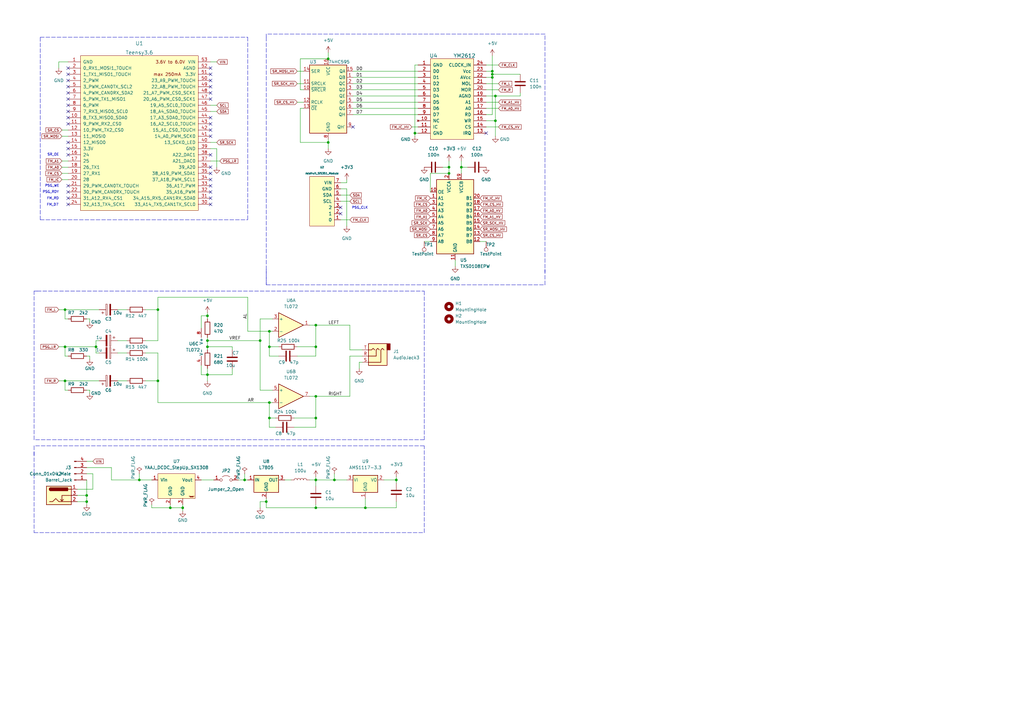
<source format=kicad_sch>
(kicad_sch (version 20211123) (generator eeschema)
  (paper "A3")
  (junction (at 203.2 49.53))
  (junction (at 69.85 208.28))
  (junction (at 129.54 171.45))
  (junction (at 26.67 142.24))
  (junction (at 201.93 30.48))
  (junction (at 129.54 196.85))
  (junction (at 64.77 127))
  (junction (at 110.49 142.24))
  (junction (at 100.33 196.85))
  (junction (at 110.49 135.89))
  (junction (at 85.09 129.54))
  (junction (at 184.15 71.12))
  (junction (at 39.37 142.24))
  (junction (at 137.16 196.85))
  (junction (at 170.18 54.61))
  (junction (at 134.62 24.13))
  (junction (at 149.86 208.28))
  (junction (at 85.09 153.67))
  (junction (at 129.54 208.28))
  (junction (at 110.49 165.1))
  (junction (at 74.93 208.28))
  (junction (at 64.77 156.21))
  (junction (at 129.54 162.56))
  (junction (at 26.67 127))
  (junction (at 85.09 139.7))
  (junction (at 129.54 142.24))
  (junction (at 35.56 205.74))
  (junction (at 106.68 139.7))
  (junction (at 203.2 39.37))
  (junction (at 162.56 196.85))
  (junction (at 129.54 133.35))
  (junction (at 184.15 68.58))
  (junction (at 189.23 68.58))
  (junction (at 110.49 171.45))
  (junction (at 85.09 142.24))
  (junction (at 109.22 205.74))
  (junction (at 35.56 203.2))
  (junction (at 201.93 31.75))
  (junction (at 134.62 58.42))
  (junction (at 26.67 156.21))
  (junction (at 57.15 196.85))
  (junction (at 201.93 29.21))
  (no_connect (at 27.94 76.2))
  (no_connect (at 86.36 81.28))
  (no_connect (at 27.94 78.74))
  (no_connect (at 86.36 78.74))
  (no_connect (at 86.36 35.56))
  (no_connect (at 86.36 38.1))
  (no_connect (at 86.36 40.64))
  (no_connect (at 86.36 27.94))
  (no_connect (at 86.36 33.02))
  (no_connect (at 86.36 48.26))
  (no_connect (at 199.39 54.61))
  (no_connect (at 86.36 50.8))
  (no_connect (at 86.36 53.34))
  (no_connect (at 86.36 55.88))
  (no_connect (at 86.36 63.5))
  (no_connect (at 86.36 68.58))
  (no_connect (at 86.36 71.12))
  (no_connect (at 86.36 73.66))
  (no_connect (at 86.36 76.2))
  (no_connect (at 27.94 58.42))
  (no_connect (at 27.94 60.96))
  (no_connect (at 27.94 27.94))
  (no_connect (at 27.94 30.48))
  (no_connect (at 27.94 33.02))
  (no_connect (at 27.94 35.56))
  (no_connect (at 27.94 38.1))
  (no_connect (at 27.94 40.64))
  (no_connect (at 27.94 43.18))
  (no_connect (at 27.94 45.72))
  (no_connect (at 27.94 48.26))
  (no_connect (at 27.94 50.8))
  (no_connect (at 139.7 87.63))
  (no_connect (at 27.94 83.82))
  (no_connect (at 139.7 85.09))
  (no_connect (at 27.94 81.28))
  (no_connect (at 144.78 52.07))
  (no_connect (at 86.36 30.48))
  (no_connect (at 86.36 83.82))
  (no_connect (at 27.94 63.5))
  (wire (pts (xy 142.24 74.93) (xy 142.24 73.66)))
  (wire (pts (xy 39.37 139.7) (xy 39.37 142.24)))
  (wire (pts (xy 134.62 21.59) (xy 134.62 24.13)))
  (wire (pts (xy 82.55 196.85) (xy 87.63 196.85)))
  (wire (pts (xy 64.77 156.21) (xy 64.77 165.1)))
  (wire (pts (xy 123.19 44.45) (xy 124.46 44.45)))
  (wire (pts (xy 144.78 41.91) (xy 171.45 41.91)))
  (wire (pts (xy 35.56 203.2) (xy 35.56 205.74)))
  (wire (pts (xy 129.54 196.85) (xy 129.54 199.39)))
  (wire (pts (xy 189.23 68.58) (xy 191.77 68.58)))
  (wire (pts (xy 129.54 175.26) (xy 129.54 171.45)))
  (wire (pts (xy 85.09 153.67) (xy 85.09 156.21)))
  (wire (pts (xy 143.51 146.05) (xy 148.59 146.05)))
  (wire (pts (xy 38.1 194.31) (xy 35.56 194.31)))
  (wire (pts (xy 35.56 196.85) (xy 35.56 203.2)))
  (wire (pts (xy 147.32 151.13) (xy 147.32 148.59)))
  (wire (pts (xy 129.54 133.35) (xy 143.51 133.35)))
  (wire (pts (xy 69.85 207.01) (xy 69.85 208.28)))
  (wire (pts (xy 113.03 175.26) (xy 110.49 175.26)))
  (polyline (pts (xy 173.99 119.38) (xy 173.99 180.34)))
  (wire (pts (xy 69.85 208.28) (xy 74.93 208.28)))
  (wire (pts (xy 48.26 127) (xy 52.07 127)))
  (wire (pts (xy 86.36 45.72) (xy 88.9 45.72)))
  (wire (pts (xy 144.78 46.99) (xy 171.45 46.99)))
  (wire (pts (xy 111.76 160.02) (xy 106.68 160.02)))
  (wire (pts (xy 82.55 129.54) (xy 85.09 129.54)))
  (wire (pts (xy 186.69 106.68) (xy 186.69 109.22)))
  (wire (pts (xy 199.39 41.91) (xy 204.47 41.91)))
  (wire (pts (xy 121.92 41.91) (xy 124.46 41.91)))
  (polyline (pts (xy 13.97 182.88) (xy 13.97 186.69)))
  (wire (pts (xy 137.16 196.85) (xy 129.54 196.85)))
  (polyline (pts (xy 109.22 13.97) (xy 109.22 15.24)))
  (wire (pts (xy 31.75 205.74) (xy 35.56 205.74)))
  (wire (pts (xy 120.65 175.26) (xy 129.54 175.26)))
  (wire (pts (xy 139.7 80.01) (xy 143.51 80.01)))
  (polyline (pts (xy 109.22 110.49) (xy 109.22 116.84)))
  (wire (pts (xy 127 133.35) (xy 129.54 133.35)))
  (wire (pts (xy 149.86 204.47) (xy 149.86 208.28)))
  (wire (pts (xy 139.7 90.17) (xy 143.51 90.17)))
  (wire (pts (xy 137.16 196.85) (xy 142.24 196.85)))
  (wire (pts (xy 199.39 36.83) (xy 204.47 36.83)))
  (wire (pts (xy 82.55 153.67) (xy 85.09 153.67)))
  (wire (pts (xy 85.09 138.43) (xy 85.09 139.7)))
  (wire (pts (xy 74.93 208.28) (xy 74.93 209.55)))
  (wire (pts (xy 35.56 189.23) (xy 38.1 189.23)))
  (wire (pts (xy 134.62 57.15) (xy 134.62 58.42)))
  (wire (pts (xy 203.2 39.37) (xy 213.36 39.37)))
  (wire (pts (xy 59.69 144.78) (xy 64.77 144.78)))
  (wire (pts (xy 95.25 142.24) (xy 85.09 142.24)))
  (wire (pts (xy 36.83 146.05) (xy 36.83 147.32)))
  (wire (pts (xy 45.72 191.77) (xy 45.72 196.85)))
  (wire (pts (xy 110.49 165.1) (xy 110.49 171.45)))
  (wire (pts (xy 123.19 24.13) (xy 134.62 24.13)))
  (wire (pts (xy 86.36 25.4) (xy 88.9 25.4)))
  (wire (pts (xy 74.93 207.01) (xy 74.93 208.28)))
  (wire (pts (xy 24.13 156.21) (xy 26.67 156.21)))
  (polyline (pts (xy 109.22 116.84) (xy 223.52 116.84)))
  (wire (pts (xy 201.93 29.21) (xy 201.93 22.86)))
  (wire (pts (xy 129.54 133.35) (xy 129.54 142.24)))
  (wire (pts (xy 35.56 160.02) (xy 36.83 160.02)))
  (wire (pts (xy 85.09 128.27) (xy 85.09 129.54)))
  (wire (pts (xy 88.9 68.58) (xy 88.9 60.96)))
  (wire (pts (xy 189.23 66.04) (xy 189.23 68.58)))
  (wire (pts (xy 162.56 195.58) (xy 162.56 196.85)))
  (wire (pts (xy 101.6 121.92) (xy 101.6 135.89)))
  (wire (pts (xy 203.2 39.37) (xy 203.2 49.53)))
  (wire (pts (xy 26.67 142.24) (xy 26.67 146.05)))
  (wire (pts (xy 144.78 34.29) (xy 171.45 34.29)))
  (wire (pts (xy 39.37 142.24) (xy 26.67 142.24)))
  (wire (pts (xy 139.7 82.55) (xy 143.51 82.55)))
  (polyline (pts (xy 13.97 119.38) (xy 15.24 119.38)))
  (polyline (pts (xy 223.52 116.84) (xy 223.52 13.97)))
  (wire (pts (xy 143.51 143.51) (xy 148.59 143.51)))
  (wire (pts (xy 129.54 162.56) (xy 129.54 171.45)))
  (wire (pts (xy 168.91 52.07) (xy 171.45 52.07)))
  (wire (pts (xy 40.64 144.78) (xy 39.37 144.78)))
  (wire (pts (xy 62.23 196.85) (xy 57.15 196.85)))
  (wire (pts (xy 59.69 139.7) (xy 64.77 139.7)))
  (wire (pts (xy 129.54 208.28) (xy 129.54 207.01)))
  (wire (pts (xy 85.09 129.54) (xy 85.09 130.81)))
  (wire (pts (xy 176.53 71.12) (xy 184.15 71.12)))
  (wire (pts (xy 129.54 146.05) (xy 129.54 142.24)))
  (wire (pts (xy 25.4 55.88) (xy 27.94 55.88)))
  (wire (pts (xy 106.68 139.7) (xy 85.09 139.7)))
  (wire (pts (xy 134.62 58.42) (xy 134.62 60.96)))
  (wire (pts (xy 143.51 146.05) (xy 143.51 162.56)))
  (wire (pts (xy 213.36 39.37) (xy 213.36 38.1)))
  (wire (pts (xy 201.93 46.99) (xy 201.93 31.75)))
  (wire (pts (xy 110.49 171.45) (xy 113.03 171.45)))
  (wire (pts (xy 64.77 139.7) (xy 64.77 127)))
  (wire (pts (xy 57.15 196.85) (xy 45.72 196.85)))
  (wire (pts (xy 201.93 30.48) (xy 213.36 30.48)))
  (wire (pts (xy 199.39 39.37) (xy 203.2 39.37)))
  (wire (pts (xy 196.85 99.06) (xy 199.39 99.06)))
  (wire (pts (xy 116.84 196.85) (xy 119.38 196.85)))
  (wire (pts (xy 110.49 135.89) (xy 110.49 142.24)))
  (wire (pts (xy 109.22 204.47) (xy 109.22 205.74)))
  (wire (pts (xy 142.24 77.47) (xy 142.24 92.71)))
  (wire (pts (xy 97.79 196.85) (xy 100.33 196.85)))
  (wire (pts (xy 184.15 68.58) (xy 184.15 71.12)))
  (wire (pts (xy 170.18 54.61) (xy 170.18 55.88)))
  (wire (pts (xy 199.39 46.99) (xy 201.93 46.99)))
  (wire (pts (xy 123.19 36.83) (xy 123.19 24.13)))
  (wire (pts (xy 147.32 148.59) (xy 148.59 148.59)))
  (wire (pts (xy 82.55 149.86) (xy 82.55 153.67)))
  (wire (pts (xy 123.19 44.45) (xy 123.19 58.42)))
  (wire (pts (xy 48.26 139.7) (xy 52.07 139.7)))
  (wire (pts (xy 111.76 135.89) (xy 110.49 135.89)))
  (wire (pts (xy 36.83 130.81) (xy 36.83 132.08)))
  (wire (pts (xy 110.49 146.05) (xy 110.49 142.24)))
  (wire (pts (xy 144.78 36.83) (xy 171.45 36.83)))
  (wire (pts (xy 121.92 146.05) (xy 129.54 146.05)))
  (wire (pts (xy 157.48 196.85) (xy 162.56 196.85)))
  (wire (pts (xy 106.68 205.74) (xy 109.22 205.74)))
  (polyline (pts (xy 101.6 15.24) (xy 101.6 90.17)))
  (wire (pts (xy 48.26 144.78) (xy 52.07 144.78)))
  (wire (pts (xy 25.4 53.34) (xy 27.94 53.34)))
  (wire (pts (xy 95.25 153.67) (xy 85.09 153.67)))
  (wire (pts (xy 111.76 130.81) (xy 106.68 130.81)))
  (wire (pts (xy 100.33 196.85) (xy 101.6 196.85)))
  (wire (pts (xy 27.94 160.02) (xy 26.67 160.02)))
  (wire (pts (xy 121.92 29.21) (xy 124.46 29.21)))
  (wire (pts (xy 25.4 73.66) (xy 27.94 73.66)))
  (wire (pts (xy 123.19 58.42) (xy 134.62 58.42)))
  (wire (pts (xy 31.75 203.2) (xy 35.56 203.2)))
  (wire (pts (xy 199.39 34.29) (xy 204.47 34.29)))
  (wire (pts (xy 110.49 142.24) (xy 114.3 142.24)))
  (polyline (pts (xy 173.99 182.88) (xy 13.97 182.88)))
  (wire (pts (xy 88.9 60.96) (xy 86.36 60.96)))
  (wire (pts (xy 106.68 160.02) (xy 106.68 139.7)))
  (wire (pts (xy 59.69 127) (xy 64.77 127)))
  (wire (pts (xy 35.56 205.74) (xy 35.56 207.01)))
  (wire (pts (xy 48.26 156.21) (xy 52.07 156.21)))
  (wire (pts (xy 40.64 139.7) (xy 39.37 139.7)))
  (wire (pts (xy 127 196.85) (xy 129.54 196.85)))
  (wire (pts (xy 24.13 127) (xy 26.67 127)))
  (wire (pts (xy 173.99 99.06) (xy 176.53 99.06)))
  (wire (pts (xy 24.13 25.4) (xy 27.94 25.4)))
  (wire (pts (xy 124.46 36.83) (xy 123.19 36.83)))
  (wire (pts (xy 57.15 194.31) (xy 57.15 196.85)))
  (polyline (pts (xy 109.22 15.24) (xy 109.22 116.84)))
  (wire (pts (xy 82.55 134.62) (xy 82.55 129.54)))
  (wire (pts (xy 143.51 133.35) (xy 143.51 143.51)))
  (polyline (pts (xy 16.51 90.17) (xy 16.51 15.24)))
  (wire (pts (xy 144.78 44.45) (xy 171.45 44.45)))
  (wire (pts (xy 101.6 135.89) (xy 110.49 135.89)))
  (wire (pts (xy 26.67 127) (xy 40.64 127)))
  (wire (pts (xy 110.49 165.1) (xy 111.76 165.1)))
  (wire (pts (xy 199.39 44.45) (xy 204.47 44.45)))
  (wire (pts (xy 181.61 68.58) (xy 184.15 68.58)))
  (wire (pts (xy 129.54 162.56) (xy 143.51 162.56)))
  (wire (pts (xy 31.75 200.66) (xy 38.1 200.66)))
  (wire (pts (xy 199.39 52.07) (xy 204.47 52.07)))
  (polyline (pts (xy 16.51 15.24) (xy 101.6 15.24)))
  (polyline (pts (xy 173.99 218.44) (xy 173.99 182.88)))
  (wire (pts (xy 144.78 31.75) (xy 171.45 31.75)))
  (wire (pts (xy 24.13 142.24) (xy 26.67 142.24)))
  (wire (pts (xy 95.25 143.51) (xy 95.25 142.24)))
  (wire (pts (xy 27.94 146.05) (xy 26.67 146.05)))
  (wire (pts (xy 203.2 49.53) (xy 203.2 55.88)))
  (wire (pts (xy 137.16 194.31) (xy 137.16 196.85)))
  (wire (pts (xy 139.7 77.47) (xy 142.24 77.47)))
  (wire (pts (xy 199.39 29.21) (xy 201.93 29.21)))
  (wire (pts (xy 129.54 142.24) (xy 121.92 142.24)))
  (wire (pts (xy 25.4 68.58) (xy 27.94 68.58)))
  (polyline (pts (xy 173.99 180.34) (xy 13.97 180.34)))
  (wire (pts (xy 162.56 205.74) (xy 162.56 208.28)))
  (wire (pts (xy 86.36 66.04) (xy 90.17 66.04)))
  (wire (pts (xy 64.77 121.92) (xy 101.6 121.92)))
  (wire (pts (xy 26.67 127) (xy 26.67 130.81)))
  (wire (pts (xy 85.09 142.24) (xy 85.09 143.51)))
  (wire (pts (xy 100.33 194.31) (xy 100.33 196.85)))
  (wire (pts (xy 106.68 130.81) (xy 106.68 139.7)))
  (wire (pts (xy 176.53 78.74) (xy 176.53 71.12)))
  (wire (pts (xy 27.94 130.81) (xy 26.67 130.81)))
  (wire (pts (xy 35.56 130.81) (xy 36.83 130.81)))
  (polyline (pts (xy 16.51 90.17) (xy 101.6 90.17)))
  (wire (pts (xy 199.39 49.53) (xy 203.2 49.53)))
  (wire (pts (xy 139.7 74.93) (xy 142.24 74.93)))
  (wire (pts (xy 162.56 196.85) (xy 162.56 198.12)))
  (wire (pts (xy 109.22 205.74) (xy 109.22 208.28)))
  (wire (pts (xy 26.67 156.21) (xy 26.67 160.02)))
  (wire (pts (xy 114.3 146.05) (xy 110.49 146.05)))
  (wire (pts (xy 64.77 165.1) (xy 110.49 165.1)))
  (wire (pts (xy 86.36 58.42) (xy 88.9 58.42)))
  (wire (pts (xy 184.15 66.04) (xy 184.15 68.58)))
  (wire (pts (xy 62.23 208.28) (xy 69.85 208.28)))
  (wire (pts (xy 170.18 26.67) (xy 170.18 54.61)))
  (wire (pts (xy 39.37 144.78) (xy 39.37 142.24)))
  (wire (pts (xy 25.4 66.04) (xy 27.94 66.04)))
  (polyline (pts (xy 223.52 110.49) (xy 223.52 111.76)))
  (wire (pts (xy 129.54 171.45) (xy 120.65 171.45)))
  (wire (pts (xy 26.67 156.21) (xy 40.64 156.21)))
  (wire (pts (xy 109.22 208.28) (xy 129.54 208.28)))
  (wire (pts (xy 38.1 200.66) (xy 38.1 194.31)))
  (wire (pts (xy 144.78 39.37) (xy 171.45 39.37)))
  (wire (pts (xy 106.68 208.28) (xy 106.68 205.74)))
  (wire (pts (xy 149.86 208.28) (xy 129.54 208.28)))
  (wire (pts (xy 171.45 54.61) (xy 170.18 54.61)))
  (wire (pts (xy 25.4 71.12) (xy 27.94 71.12)))
  (wire (pts (xy 95.25 151.13) (xy 95.25 153.67)))
  (polyline (pts (xy 13.97 185.42) (xy 13.97 218.44)))
  (wire (pts (xy 45.72 191.77) (xy 35.56 191.77)))
  (wire (pts (xy 64.77 144.78) (xy 64.77 156.21)))
  (wire (pts (xy 199.39 31.75) (xy 201.93 31.75)))
  (polyline (pts (xy 13.97 218.44) (xy 173.99 218.44)))
  (polyline (pts (xy 15.24 119.38) (xy 173.99 119.38)))
  (wire (pts (xy 189.23 68.58) (xy 189.23 71.12)))
  (wire (pts (xy 144.78 29.21) (xy 171.45 29.21)))
  (wire (pts (xy 171.45 26.67) (xy 170.18 26.67)))
  (wire (pts (xy 121.92 34.29) (xy 124.46 34.29)))
  (wire (pts (xy 35.56 146.05) (xy 36.83 146.05)))
  (wire (pts (xy 85.09 151.13) (xy 85.09 153.67)))
  (wire (pts (xy 64.77 127) (xy 64.77 121.92)))
  (wire (pts (xy 201.93 30.48) (xy 201.93 29.21)))
  (wire (pts (xy 110.49 175.26) (xy 110.49 171.45)))
  (wire (pts (xy 59.69 156.21) (xy 64.77 156.21)))
  (wire (pts (xy 201.93 31.75) (xy 201.93 30.48)))
  (wire (pts (xy 24.13 27.94) (xy 24.13 25.4)))
  (wire (pts (xy 62.23 207.01) (xy 62.23 208.28)))
  (wire (pts (xy 199.39 26.67) (xy 204.47 26.67)))
  (wire (pts (xy 36.83 160.02) (xy 36.83 161.29)))
  (wire (pts (xy 85.09 139.7) (xy 85.09 142.24)))
  (wire (pts (xy 86.36 43.18) (xy 88.9 43.18)))
  (wire (pts (xy 162.56 208.28) (xy 149.86 208.28)))
  (wire (pts (xy 127 162.56) (xy 129.54 162.56)))
  (wire (pts (xy 129.54 195.58) (xy 129.54 196.85)))
  (polyline (pts (xy 13.97 180.34) (xy 13.97 119.38)))
  (polyline (pts (xy 223.52 13.97) (xy 109.22 13.97)))
  (text "FM_D7" (at 19.133 84.657 0) (effects (font (size 1 1)) (justify left bottom)))
  (text "PSG_WE" (at 18.3788 76.8764 0) (effects (font (size 1 1)) (justify left bottom)))
  (text "PSG_CLK" (at 144.263 85.889 0) (effects (font (size 1 1)) (justify left bottom)))
  (text "PSG_RDY" (at 17.4336 79.4248 0) (effects (font (size 1 1)) (justify left bottom)))
  (text "FM_RD" (at 19.2091 82.0444 0) (effects (font (size 1 1)) (justify left bottom)))
  (text "SR_OE" (at 19.3832 64.1105 0) (effects (font (size 1 1)) (justify left bottom)))
  (label "VREF" (at 93.98 139.7 0))
  (label "AL" (at 101.6 130.81 90))
  (label "RIGHT" (at 134.62 162.56 0))
  (label "D0" (at 146.05 29.21 0))
  (label "D1" (at 146.05 31.75 0))
  (label "LEFT" (at 134.62 133.35 0))
  (label "D5" (at 146.05 41.91 0))
  (label "D7" (at 146.05 46.99 0))
  (label "D3" (at 146.05 36.83 0))
  (label "D2" (at 146.05 34.29 0))
  (label "D4" (at 146.05 39.37 0))
  (label "D6" (at 146.05 44.45 0))
  (label "AR" (at 101.6 165.1 0))
  (global_label "FM_CS" (shape input) (at 176.53 83.82 180) (effects (font (size 1 1))) (property "Intersheet References" "${INTERSHEET_REFS}" (effects hide)))
  (global_label "FM_CLK" (shape input) (at 143.51 90.17 0) (effects (font (size 1 1))) (property "Intersheet References" "${INTERSHEET_REFS}" (effects hide)))
  (global_label "SCL" (shape input) (at 143.51 82.55 0) (effects (font (size 1 1))) (property "Intersheet References" "${INTERSHEET_REFS}" (effects hide)))
  (global_label "FM_A1" (shape input) (at 25.4 66.04 180) (effects (font (size 1 1))) (property "Intersheet References" "${INTERSHEET_REFS}" (effects hide)))
  (global_label "FM_IC" (shape input) (at 25.4 73.66 180) (effects (font (size 1 1))) (property "Intersheet References" "${INTERSHEET_REFS}" (effects hide)))
  (global_label "SDA" (shape input) (at 143.51 80.01 0) (effects (font (size 1 1))) (property "Intersheet References" "${INTERSHEET_REFS}" (effects hide)))
  (global_label "SR_SCK_HV" (shape input) (at 121.92 34.29 180) (effects (font (size 1 1))) (property "Intersheet References" "${INTERSHEET_REFS}" (effects hide)))
  (global_label "SR_CS_HV" (shape input) (at 196.85 96.52 0) (effects (font (size 1 1))) (property "Intersheet References" "${INTERSHEET_REFS}" (effects hide)))
  (global_label "SR_SCK" (shape input) (at 176.53 91.44 180) (effects (font (size 1 1))) (property "Intersheet References" "${INTERSHEET_REFS}" (effects hide)))
  (global_label "FM_L" (shape input) (at 24.13 127 180) (effects (font (size 1 1))) (property "Intersheet References" "${INTERSHEET_REFS}" (effects hide)))
  (global_label "VIN" (shape input) (at 88.9 25.4 0) (effects (font (size 1 1))) (property "Intersheet References" "${INTERSHEET_REFS}" (effects hide)))
  (global_label "FM_CLK" (shape input) (at 204.47 26.67 0) (effects (font (size 1 1))) (property "Intersheet References" "${INTERSHEET_REFS}" (effects hide)))
  (global_label "SR_CS" (shape input) (at 176.53 96.52 180) (effects (font (size 1 1))) (property "Intersheet References" "${INTERSHEET_REFS}" (effects hide)))
  (global_label "FM_CS_HV" (shape input) (at 204.47 52.07 0) (effects (font (size 1 1))) (property "Intersheet References" "${INTERSHEET_REFS}" (effects hide)))
  (global_label "VIN" (shape input) (at 38.1 189.23 0) (effects (font (size 1 1))) (property "Intersheet References" "${INTERSHEET_REFS}" (effects hide)))
  (global_label "SR_CS_HV" (shape input) (at 121.92 41.91 180) (effects (font (size 1 1))) (property "Intersheet References" "${INTERSHEET_REFS}" (effects hide)))
  (global_label "FM_IC" (shape input) (at 176.53 81.28 180) (effects (font (size 1 1))) (property "Intersheet References" "${INTERSHEET_REFS}" (effects hide)))
  (global_label "SR_MOSI_HV" (shape input) (at 196.85 93.98 0) (effects (font (size 1 1))) (property "Intersheet References" "${INTERSHEET_REFS}" (effects hide)))
  (global_label "FM_A0_HV" (shape input) (at 204.47 44.45 0) (effects (font (size 1 1))) (property "Intersheet References" "${INTERSHEET_REFS}" (effects hide)))
  (global_label "FM_A1_HV" (shape input) (at 204.47 41.91 0) (effects (font (size 1 1))) (property "Intersheet References" "${INTERSHEET_REFS}" (effects hide)))
  (global_label "SR_SCK_HV" (shape input) (at 196.85 91.44 0) (effects (font (size 1 1))) (property "Intersheet References" "${INTERSHEET_REFS}" (effects hide)))
  (global_label "PSG_LR" (shape input) (at 90.17 66.04 0) (effects (font (size 1 1))) (property "Intersheet References" "${INTERSHEET_REFS}" (effects hide)))
  (global_label "PSG_LR" (shape input) (at 24.13 142.24 180) (effects (font (size 1 1))) (property "Intersheet References" "${INTERSHEET_REFS}" (effects hide)))
  (global_label "SDA" (shape input) (at 88.9 45.72 0) (effects (font (size 1 1))) (property "Intersheet References" "${INTERSHEET_REFS}" (effects hide)))
  (global_label "FM_IC_HV" (shape input) (at 168.91 52.07 180) (effects (font (size 1 1))) (property "Intersheet References" "${INTERSHEET_REFS}" (effects hide)))
  (global_label "FM_L" (shape input) (at 204.47 34.29 0) (effects (font (size 1 1))) (property "Intersheet References" "${INTERSHEET_REFS}" (effects hide)))
  (global_label "FM_A1_HV" (shape input) (at 196.85 88.9 0) (effects (font (size 1 1))) (property "Intersheet References" "${INTERSHEET_REFS}" (effects hide)))
  (global_label "FM_A0_HV" (shape input) (at 196.85 86.36 0) (effects (font (size 1 1))) (property "Intersheet References" "${INTERSHEET_REFS}" (effects hide)))
  (global_label "SCL" (shape input) (at 88.9 43.18 0) (effects (font (size 1 1))) (property "Intersheet References" "${INTERSHEET_REFS}" (effects hide)))
  (global_label "SR_MOSI" (shape input) (at 176.53 93.98 180) (effects (font (size 1 1))) (property "Intersheet References" "${INTERSHEET_REFS}" (effects hide)))
  (global_label "SR_CS" (shape input) (at 25.4 53.34 180) (effects (font (size 1 1))) (property "Intersheet References" "${INTERSHEET_REFS}" (effects hide)))
  (global_label "FM_A1" (shape input) (at 176.53 88.9 180) (effects (font (size 1 1))) (property "Intersheet References" "${INTERSHEET_REFS}" (effects hide)))
  (global_label "FM_R" (shape input) (at 204.47 36.83 0) (effects (font (size 1 1))) (property "Intersheet References" "${INTERSHEET_REFS}" (effects hide)))
  (global_label "FM_R" (shape input) (at 24.13 156.21 180) (effects (font (size 1 1))) (property "Intersheet References" "${INTERSHEET_REFS}" (effects hide)))
  (global_label "FM_CS_HV" (shape input) (at 196.85 83.82 0) (effects (font (size 1 1))) (property "Intersheet References" "${INTERSHEET_REFS}" (effects hide)))
  (global_label "SR_MOSI" (shape input) (at 25.4 55.88 180) (effects (font (size 1 1))) (property "Intersheet References" "${INTERSHEET_REFS}" (effects hide)))
  (global_label "FM_A0" (shape input) (at 176.53 86.36 180) (effects (font (size 1 1))) (property "Intersheet References" "${INTERSHEET_REFS}" (effects hide)))
  (global_label "FM_CS" (shape input) (at 25.4 71.12 180) (effects (font (size 1 1))) (property "Intersheet References" "${INTERSHEET_REFS}" (effects hide)))
  (global_label "SR_MOSI_HV" (shape input) (at 121.92 29.21 180) (effects (font (size 1 1))) (property "Intersheet References" "${INTERSHEET_REFS}" (effects hide)))
  (global_label "SR_SCK" (shape input) (at 88.9 58.42 0) (effects (font (size 1 1))) (property "Intersheet References" "${INTERSHEET_REFS}" (effects hide)))
  (global_label "FM_IC_HV" (shape input) (at 196.85 81.28 0) (effects (font (size 1 1))) (property "Intersheet References" "${INTERSHEET_REFS}" (effects hide)))
  (global_label "FM_A0" (shape input) (at 25.4 68.58 180) (effects (font (size 1 1))) (property "Intersheet References" "${INTERSHEET_REFS}" (effects hide)))
  (symbol (lib_id "Device:C") (at 95.25 147.32 0) (unit 1)
    (property "Reference" "C7" (at 95.25 144.78 0) (effects (justify left)))
    (property "Value" "10u" (at 92.71 149.86 0) (effects (justify left)))
    (property "Footprint" "Capacitor_SMD:C_0805_2012Metric_Pad1.18x1.45mm_HandSolder" (effects hide))
  )
  (symbol (lib_id "power:GND") (at 74.93 209.55 0) (unit 1)
    (property "Reference" "#PWR02" (effects hide))
    (property "Value" "GND" (at 74.93 213.36 0))
  )
  (symbol (lib_id "proj:Adafruit_Si5351_Module") (at 132.08 87.63 180) (unit 1)
    (property "Reference" "U2" (at 132.08 68.58 0) (effects (font (size 0.762 0.762))))
    (property "Value" "Adafruit_Si5351_Module" (at 132.08 71.12 0) (effects (font (size 0.762 0.762))))
    (property "Footprint" "proj:Adafruit_Si5351_Module" (effects hide))
  )
  (symbol (lib_id "power:GND") (at 173.99 68.58 0) (unit 1)
    (property "Reference" "#PWR03" (effects hide))
    (property "Value" "GND" (at 173.99 73.66 0))
  )
  (symbol (lib_id "Device:C_Polarized") (at 44.45 156.21 90) (unit 1)
    (property "Reference" "C6" (at 44.45 160.02 90))
    (property "Value" "10u" (at 48.26 157.48 90))
    (property "Footprint" "Capacitor_THT:CP_Radial_D5.0mm_P2.50mm" (effects hide))
  )
  (symbol (lib_id "Amplifier_Operational:TL072") (at 119.38 133.35 0) (unit 1)
    (property "Reference" "U6" (at 119.38 123.19 0))
    (property "Value" "TL072" (at 119.38 125.73 0))
    (property "Footprint" "Package_SO:SOIC-8_3.9x4.9mm_P1.27mm" (effects hide))
    (property "Datasheet" "http://www.ti.com/lit/ds/symlink/tl071.pdf" (effects hide))
  )
  (symbol (lib_id "Mechanical:MountingHole") (at 184.15 130.81 0) (unit 1)
    (property "Reference" "H2" (at 186.69 129.5399 0) (effects (justify left)))
    (property "Value" "MountingHole" (at 186.69 132.0799 0) (effects (justify left)))
    (property "Footprint" "MountingHole:MountingHole_3.2mm_M3" (effects hide))
  )
  (symbol (lib_id "Logic_LevelTranslator:TXS0108EPW") (at 186.69 88.9 0) (unit 1)
    (property "Reference" "U5" (at 188.7094 106.68 0) (effects (justify left)))
    (property "Value" "TXS0108EPW" (at 188.7094 109.22 0) (effects (justify left)))
    (property "Footprint" "Package_SO:TSSOP-20_4.4x6.5mm_P0.65mm" (effects hide))
    (property "Datasheet" "www.ti.com/lit/ds/symlink/txs0108e.pdf" (effects hide))
  )
  (symbol (lib_id "proj:YAAJ_DCDC_StepUp_SX1308") (at 72.39 196.85 0) (unit 1)
    (property "Reference" "U7" (at 72.39 189.23 0))
    (property "Value" "YAAJ_DCDC_StepUp_SX1308" (at 72.39 191.77 0))
    (property "Footprint" "proj:YAAJ_DCDC_StepUp_SX1308" (effects hide))
  )
  (symbol (lib_id "power:GND") (at 170.18 55.88 0) (unit 1)
    (property "Reference" "#PWR08" (effects hide))
    (property "Value" "GND" (at 166.37 57.15 0))
  )
  (symbol (lib_id "74xx:74HC595") (at 134.62 39.37 0) (unit 1)
    (property "Reference" "U3" (at 127 25.4 0) (effects (justify left)))
    (property "Value" "74HC595" (at 134.62 25.4 0) (effects (justify left)))
    (property "Footprint" "Package_SO:SOP-16_3.9x9.9mm_P1.27mm" (effects hide))
    (property "Datasheet" "http://www.ti.com/lit/ds/symlink/sn74hc595.pdf" (effects hide))
  )
  (symbol (lib_id "Amplifier_Operational:TL072") (at 119.38 162.56 0) (unit 2)
    (property "Reference" "U6" (at 119.38 152.4 0))
    (property "Value" "TL072" (at 119.38 154.94 0))
    (property "Footprint" "Package_SO:SOIC-8_3.9x4.9mm_P1.27mm" (effects hide))
    (property "Datasheet" "http://www.ti.com/lit/ds/symlink/tl071.pdf" (effects hide))
  )
  (symbol (lib_id "Device:C") (at 177.8 68.58 90) (unit 1)
    (property "Reference" "C10" (at 177.8 60.96 90))
    (property "Value" "100n" (at 177.8 63.5 90))
    (property "Footprint" "Capacitor_SMD:C_0805_2012Metric_Pad1.18x1.45mm_HandSolder" (effects hide))
  )
  (symbol (lib_id "power:GND") (at 85.09 156.21 0) (unit 1)
    (property "Reference" "#PWR0106" (effects hide))
    (property "Value" "GND" (at 85.09 161.29 0))
  )
  (symbol (lib_id "Device:L") (at 123.19 196.85 90) (unit 1)
    (property "Reference" "L1" (at 123.19 190.5 90))
    (property "Value" "100u" (at 123.19 193.04 90))
    (property "Footprint" "proj:Choke_CD105" (effects hide))
  )
  (symbol (lib_id "Device:R") (at 85.09 147.32 0) (unit 1)
    (property "Reference" "R21" (at 87.63 146.0499 0) (effects (justify left)))
    (property "Value" "680" (at 87.63 148.5899 0) (effects (justify left)))
    (property "Footprint" "Resistor_SMD:R_0805_2012Metric_Pad1.20x1.40mm_HandSolder" (effects hide))
  )
  (symbol (lib_id "Device:R") (at 31.75 130.81 90) (unit 1)
    (property "Reference" "R7" (at 29.21 128.27 90))
    (property "Value" "2k2" (at 34.29 128.27 90))
    (property "Footprint" "Resistor_SMD:R_0805_2012Metric_Pad1.20x1.40mm_HandSolder" (effects hide))
  )
  (symbol (lib_id "Connector:Barrel_Jack_Switch") (at 24.13 203.2 0) (unit 1)
    (property "Reference" "J2" (at 24.13 194.31 0))
    (property "Value" "Barrel_Jack" (at 24.13 196.85 0))
    (property "Footprint" "Connector_BarrelJack:BarrelJack_Horizontal" (effects hide))
  )
  (symbol (lib_id "Connector:AudioJack3") (at 153.67 146.05 180) (unit 1)
    (property "Reference" "J1" (at 161.29 144.1449 0) (effects (justify right)))
    (property "Value" "AudioJack3" (at 161.29 146.6849 0) (effects (justify right)))
    (property "Footprint" "Connector_Audio:Jack_3.5mm_Lumberg_1503_07_Horizontal" (effects hide))
  )
  (symbol (lib_id "power:+3V3") (at 184.15 66.04 0) (unit 1)
    (property "Reference" "#PWR06" (effects hide))
    (property "Value" "+3V3" (at 184.15 60.96 0))
  )
  (symbol (lib_id "Device:R") (at 55.88 127 90) (unit 1)
    (property "Reference" "R12" (at 53.34 129.54 90))
    (property "Value" "4k7" (at 58.42 129.54 90))
    (property "Footprint" "Resistor_SMD:R_0805_2012Metric_Pad1.20x1.40mm_HandSolder" (effects hide))
  )
  (symbol (lib_id "power:+3V3") (at 162.56 195.58 0) (unit 1)
    (property "Reference" "#PWR014" (effects hide))
    (property "Value" "+3V3" (at 162.56 190.5 0))
  )
  (symbol (lib_id "Connector:TestPoint") (at 173.99 99.06 180) (unit 1)
    (property "Reference" "TP1" (at 173.99 100.33 0) (effects (justify right)))
    (property "Value" "TestPoint" (at 168.91 104.14 0) (effects (justify right)))
    (property "Footprint" "TestPoint:TestPoint_Pad_D1.0mm" (effects hide))
  )
  (symbol (lib_id "power:GND") (at 36.83 161.29 0) (unit 1)
    (property "Reference" "#PWR0103" (effects hide))
    (property "Value" "GND" (at 39.37 161.29 0))
  )
  (symbol (lib_id "Device:R") (at 55.88 144.78 90) (unit 1)
    (property "Reference" "R14" (at 53.34 147.32 90))
    (property "Value" "100k" (at 58.42 147.32 90))
    (property "Footprint" "Resistor_SMD:R_0805_2012Metric_Pad1.20x1.40mm_HandSolder" (effects hide))
  )
  (symbol (lib_id "power:+5V") (at 189.23 66.04 0) (unit 1)
    (property "Reference" "#PWR010" (effects hide))
    (property "Value" "+5V" (at 189.23 60.96 0))
  )
  (symbol (lib_id "Regulator_Linear:L7805") (at 109.22 196.85 0) (unit 1)
    (property "Reference" "U8" (at 109.22 189.23 0))
    (property "Value" "L7805" (at 109.22 191.77 0))
    (property "Footprint" "Package_TO_SOT_THT:TO-220-3_Vertical" (effects hide))
    (property "Datasheet" "http://www.st.com/content/ccc/resource/technical/document/datasheet/41/4f/b3/b0/12/d4/47/88/CD00000444.pdf/files/CD00000444.pdf/jcr:content/translations/en.CD00000444.pdf" (effects hide))
  )
  (symbol (lib_id "power:GND") (at 199.39 68.58 0) (unit 1)
    (property "Reference" "#PWR016" (effects hide))
    (property "Value" "GND" (at 199.39 73.66 0))
  )
  (symbol (lib_id "Device:C") (at 195.58 68.58 90) (unit 1)
    (property "Reference" "C12" (at 195.58 60.96 90))
    (property "Value" "100n" (at 195.58 63.5 90))
    (property "Footprint" "Capacitor_SMD:C_0805_2012Metric_Pad1.18x1.45mm_HandSolder" (effects hide))
  )
  (symbol (lib_id "Regulator_Linear:AMS1117-3.3") (at 149.86 196.85 0) (unit 1)
    (property "Reference" "U9" (at 149.86 189.23 0))
    (property "Value" "AMS1117-3.3" (at 149.86 191.77 0))
    (property "Footprint" "Package_TO_SOT_SMD:SOT-223-3_TabPin2" (effects hide))
    (property "Datasheet" "http://www.advanced-monolithic.com/pdf/ds1117.pdf" (effects hide))
  )
  (symbol (lib_id "Device:R") (at 31.75 160.02 90) (unit 1)
    (property "Reference" "R9" (at 29.21 157.48 90))
    (property "Value" "2k2" (at 34.29 157.48 90))
    (property "Footprint" "Resistor_SMD:R_0805_2012Metric_Pad1.20x1.40mm_HandSolder" (effects hide))
  )
  (symbol (lib_id "Device:C_Polarized") (at 44.45 127 90) (unit 1)
    (property "Reference" "C3" (at 44.45 130.81 90))
    (property "Value" "10u" (at 48.26 128.27 90))
    (property "Footprint" "Capacitor_THT:CP_Radial_D5.0mm_P2.50mm" (effects hide))
  )
  (symbol (lib_id "power:+3V3") (at 142.24 73.66 0) (unit 1)
    (property "Reference" "#PWR04" (effects hide))
    (property "Value" "+3V3" (at 142.24 68.58 0))
  )
  (symbol (lib_id "Mechanical:MountingHole") (at 184.15 125.73 0) (unit 1)
    (property "Reference" "H1" (at 186.69 124.4599 0) (effects (justify left)))
    (property "Value" "MountingHole" (at 186.69 126.9999 0) (effects (justify left)))
    (property "Footprint" "MountingHole:MountingHole_3.2mm_M3" (effects hide))
  )
  (symbol (lib_id "power:PWR_FLAG") (at 62.23 207.01 0) (unit 1)
    (property "Reference" "#FLG02" (effects hide))
    (property "Value" "PWR_FLAG" (at 59.69 203.2 90))
  )
  (symbol (lib_id "power:+5V") (at 134.62 21.59 0) (unit 1)
    (property "Reference" "#PWR0108" (effects hide))
    (property "Value" "+5V" (at 134.62 16.51 0))
  )
  (symbol (lib_id "power:GND") (at 142.24 92.71 0) (unit 1)
    (property "Reference" "#PWR05" (effects hide))
    (property "Value" "GND" (at 142.24 97.79 0))
  )
  (symbol (lib_id "power:GND") (at 203.2 55.88 0) (unit 1)
    (property "Reference" "#PWR012" (effects hide))
    (property "Value" "GND" (at 207.01 57.15 0))
  )
  (symbol (lib_id "power:+5V") (at 201.93 22.86 0) (unit 1)
    (property "Reference" "#PWR011" (effects hide))
    (property "Value" "+5V" (at 201.93 17.78 0))
  )
  (symbol (lib_id "proj:YM2612") (at 176.53 39.37 0) (unit 1)
    (property "Reference" "U4" (at 177.8 22.86 0) (effects (font (size 1.524 1.524))))
    (property "Value" "YM2612" (at 190.5 22.86 0) (effects (font (size 1.524 1.524))))
    (property "Footprint" "Package_DIP:DIP-24_W15.24mm_Socket" (effects hide))
  )
  (symbol (lib_id "Device:C_Polarized") (at 44.45 144.78 270) (unit 1)
    (property "Reference" "C5" (at 44.45 148.59 90))
    (property "Value" "1u" (at 40.64 143.51 90))
    (property "Footprint" "Capacitor_THT:CP_Radial_D5.0mm_P2.50mm" (effects hide))
  )
  (symbol (lib_id "power:GND") (at 36.83 132.08 0) (unit 1)
    (property "Reference" "#PWR0102" (effects hide))
    (property "Value" "GND" (at 39.37 132.08 0))
  )
  (symbol (lib_id "Jumper:Jumper_2_Open") (at 92.71 196.85 0) (unit 1)
    (property "Reference" "JP2" (at 92.71 193.04 0))
    (property "Value" "Jumper_2_Open" (at 92.71 200.66 0))
    (property "Footprint" "Connector_PinHeader_2.54mm:PinHeader_1x02_P2.54mm_Vertical" (effects hide))
  )
  (symbol (lib_id "power:GND") (at 35.56 207.01 0) (unit 1)
    (property "Reference" "#PWR017" (effects hide))
    (property "Value" "GND" (at 35.56 210.82 0))
  )
  (symbol (lib_id "power:GND") (at 88.9 68.58 0) (unit 1)
    (property "Reference" "#PWR0107" (effects hide))
    (property "Value" "GND" (at 92.71 71.12 0))
  )
  (symbol (lib_id "Device:C_Polarized") (at 44.45 139.7 270) (unit 1)
    (property "Reference" "C4" (at 44.45 135.89 90))
    (property "Value" "1u" (at 40.64 138.43 90))
    (property "Footprint" "Capacitor_THT:CP_Radial_D5.0mm_P2.50mm" (effects hide))
  )
  (symbol (lib_id "power:GND") (at 36.83 147.32 0) (unit 1)
    (property "Reference" "#PWR0104" (effects hide))
    (property "Value" "GND" (at 36.83 151.13 0))
  )
  (symbol (lib_id "power:GND") (at 24.13 27.94 0) (unit 1)
    (property "Reference" "#PWR01" (effects hide))
    (property "Value" "GND" (at 24.13 33.02 0))
  )
  (symbol (lib_id "power:GND") (at 186.69 109.22 0) (unit 1)
    (property "Reference" "#PWR09" (effects hide))
    (property "Value" "GND" (at 186.69 114.3 0))
  )
  (symbol (lib_id "Connector:Conn_01x04_Male") (at 30.48 194.31 0) (mirror x) (unit 1)
    (property "Reference" "J3" (at 29.21 191.7699 0) (effects (justify right)))
    (property "Value" "Conn_01x04_Male" (at 29.21 194.3099 0) (effects (justify right)))
    (property "Footprint" "Connector_PinHeader_2.54mm:PinHeader_1x04_P2.54mm_Vertical" (effects hide))
  )
  (symbol (lib_id "Device:R") (at 55.88 156.21 90) (unit 1)
    (property "Reference" "R15" (at 53.34 158.75 90))
    (property "Value" "4k7" (at 58.42 158.75 90))
    (property "Footprint" "Resistor_SMD:R_0805_2012Metric_Pad1.20x1.40mm_HandSolder" (effects hide))
  )
  (symbol (lib_id "power:+5V") (at 85.09 128.27 0) (unit 1)
    (property "Reference" "#PWR0105" (effects hide))
    (property "Value" "+5V" (at 85.09 123.19 0))
  )
  (symbol (lib_id "power:PWR_FLAG") (at 137.16 194.31 0) (unit 1)
    (property "Reference" "#FLG03" (effects hide))
    (property "Value" "PWR_FLAG" (at 134.62 191.77 90))
  )
  (symbol (lib_id "Device:C") (at 129.54 203.2 0) (unit 1)
    (property "Reference" "C1" (at 133.35 201.9299 0) (effects (justify left)))
    (property "Value" "10u" (at 133.35 204.4699 0) (effects (justify left)))
    (property "Footprint" "Capacitor_SMD:C_0805_2012Metric_Pad1.18x1.45mm_HandSolder" (effects hide))
  )
  (symbol (lib_id "Device:R") (at 116.84 171.45 90) (unit 1)
    (property "Reference" "R24" (at 114.3 168.91 90))
    (property "Value" "100k" (at 119.38 168.91 90))
    (property "Footprint" "Resistor_SMD:R_0805_2012Metric_Pad1.20x1.40mm_HandSolder" (effects hide))
  )
  (symbol (lib_id "Device:C") (at 162.56 201.93 0) (unit 1)
    (property "Reference" "C2" (at 166.37 200.6599 0) (effects (justify left)))
    (property "Value" "10u" (at 166.37 203.1999 0) (effects (justify left)))
    (property "Footprint" "Capacitor_SMD:C_0805_2012Metric_Pad1.18x1.45mm_HandSolder" (effects hide))
  )
  (symbol (lib_id "power:GND") (at 106.68 208.28 0) (unit 1)
    (property "Reference" "#PWR018" (effects hide))
    (property "Value" "GND" (at 106.68 212.09 0))
  )
  (symbol (lib_id "power:PWR_FLAG") (at 100.33 194.31 0) (unit 1)
    (property "Reference" "#FLG0102" (effects hide))
    (property "Value" "PWR_FLAG" (at 97.79 191.77 90))
  )
  (symbol (lib_id "Device:C") (at 116.84 175.26 90) (unit 1)
    (property "Reference" "C8" (at 114.3 177.8 90))
    (property "Value" "47p" (at 119.38 177.8 90))
    (property "Footprint" "Capacitor_THT:C_Disc_D3.0mm_W1.6mm_P2.50mm" (effects hide))
  )
  (symbol (lib_id "Amplifier_Operational:TL072") (at 85.09 142.24 0) (unit 3)
    (property "Reference" "U6" (at 77.47 140.97 0) (effects (justify left)))
    (property "Value" "TL072" (at 76.2 143.51 0) (effects (justify left)))
    (property "Footprint" "Package_SO:SOIC-8_3.9x4.9mm_P1.27mm" (effects hide))
    (property "Datasheet" "http://www.ti.com/lit/ds/symlink/tl071.pdf" (effects hide))
  )
  (symbol (lib_id "power:+5V") (at 129.54 195.58 0) (unit 1)
    (property "Reference" "#PWR013" (effects hide))
    (property "Value" "+5V" (at 129.54 190.5 0))
  )
  (symbol (lib_id "Device:R") (at 55.88 139.7 90) (unit 1)
    (property "Reference" "R13" (at 53.34 142.24 90))
    (property "Value" "100k" (at 58.42 142.24 90))
    (property "Footprint" "Resistor_SMD:R_0805_2012Metric_Pad1.20x1.40mm_HandSolder" (effects hide))
  )
  (symbol (lib_id "Connector:TestPoint") (at 199.39 99.06 180) (unit 1)
    (property "Reference" "TP2" (at 199.39 100.33 0) (effects (justify right)))
    (property "Value" "TestPoint" (at 196.85 104.14 0) (effects (justify right)))
    (property "Footprint" "TestPoint:TestPoint_Pad_D1.0mm" (effects hide))
  )
  (symbol (lib_id "power:PWR_FLAG") (at 57.15 194.31 0) (unit 1)
    (property "Reference" "#FLG0101" (effects hide))
    (property "Value" "PWR_FLAG" (at 54.61 191.77 90))
  )
  (symbol (lib_id "Device:R") (at 31.75 146.05 90) (unit 1)
    (property "Reference" "R8" (at 29.21 143.51 90))
    (property "Value" "330" (at 34.29 143.51 90))
    (property "Footprint" "Resistor_SMD:R_0805_2012Metric_Pad1.20x1.40mm_HandSolder" (effects hide))
  )
  (symbol (lib_id "Device:C") (at 213.36 34.29 0) (unit 1)
    (property "Reference" "C11" (at 217.17 33.0199 0) (effects (justify left)))
    (property "Value" "100n" (at 217.17 35.5599 0) (effects (justify left)))
    (property "Footprint" "Capacitor_SMD:C_0805_2012Metric_Pad1.18x1.45mm_HandSolder" (effects hide))
  )
  (symbol (lib_id "Device:C") (at 118.11 146.05 90) (unit 1)
    (property "Reference" "C9" (at 115.57 148.59 90))
    (property "Value" "47p" (at 120.65 148.59 90))
    (property "Footprint" "Capacitor_THT:C_Disc_D3.0mm_W1.6mm_P2.50mm" (effects hide))
  )
  (symbol (lib_id "power:GND") (at 134.62 60.96 0) (unit 1)
    (property "Reference" "#PWR07" (effects hide))
    (property "Value" "GND" (at 134.62 66.04 0))
  )
  (symbol (lib_id "Device:R") (at 118.11 142.24 90) (unit 1)
    (property "Reference" "R25" (at 115.57 139.7 90))
    (property "Value" "100k" (at 120.65 139.7 90))
    (property "Footprint" "Resistor_SMD:R_0805_2012Metric_Pad1.20x1.40mm_HandSolder" (effects hide))
  )
  (symbol (lib_id "proj:Teensy3.6") (at 57.15 80.01 0) (unit 1)
    (property "Reference" "U1" (at 57.15 17.78 0) (effects (font (size 1.524 1.524))))
    (property "Value" "Teensy3.6" (at 57.15 21.59 0) (effects (font (size 1.524 1.524))))
    (property "Footprint" "proj:Teensy35_36" (effects hide))
  )
  (symbol (lib_id "Device:R") (at 85.09 134.62 0) (unit 1)
    (property "Reference" "R20" (at 87.63 133.3499 0) (effects (justify left)))
    (property "Value" "470" (at 87.63 135.8899 0) (effects (justify left)))
    (property "Footprint" "Resistor_SMD:R_0805_2012Metric_Pad1.20x1.40mm_HandSolder" (effects hide))
  )
  (symbol (lib_id "power:GND") (at 147.32 151.13 0) (mirror y) (unit 1)
    (property "Reference" "#PWR015" (effects hide))
    (property "Value" "GND" (at 147.32 156.21 0))
  )
)
</source>
